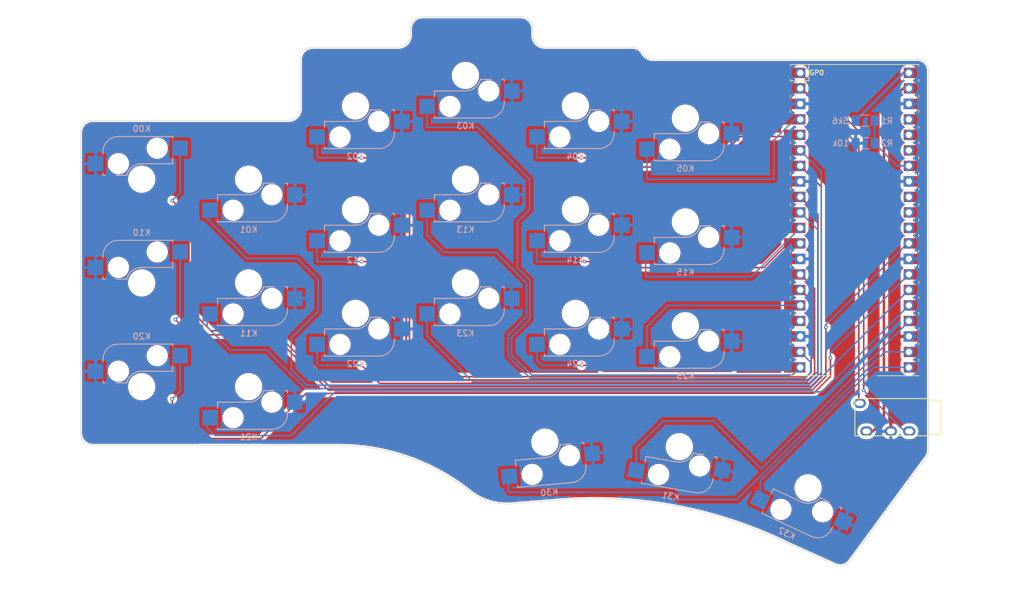
<source format=kicad_pcb>
(kicad_pcb (version 20240108) (generator "pcbnew") (generator_version "8.0")
  (title_block (rev "rev1.0"))
  (layers (0 "F.Cu" signal) (31 "B.Cu" signal) (34 "B.Paste" user) (35 "F.Paste" user) (36 "B.SilkS" user "B.Silkscreen") (37 "F.SilkS" user "F.Silkscreen") (38 "B.Mask" user) (39 "F.Mask" user) (44 "Edge.Cuts" user))
  (net 0 "")
  (net 1 "GND")
  (net 2 "/k00")
  (net 3 "/k01")
  (net 4 "/k02")
  (net 5 "/k03")
  (net 6 "/k04")
  (net 7 "/k05")
  (net 8 "/k10")
  (net 9 "/k11")
  (net 10 "/k12")
  (net 11 "/k13")
  (net 12 "/k14")
  (net 13 "/k15")
  (net 14 "/k20")
  (net 15 "/k21")
  (net 16 "/k22")
  (net 17 "/k23")
  (net 18 "/k24")
  (net 19 "/k25")
  (net 20 "/k30")
  (net 21 "/k31")
  (net 22 "/k32")
  (net 23 "rx")
  (net 24 "tx")
  (net 25 "VBUS")
  (net 26 "vbus_sense")
  (net 33 "VCC")
  (footprint "keyswitches:Kailh_socket_MX_3_pins_last" (layer "F.Cu") (at 164 94)
    (property "Reference" "K25" (at -1 8.255 180) (layer "B.SilkS") (effects (justify mirror)))
    (property "Value" "KEYSW")
    (pad "" np_thru_hole circle (at -3.54 5.08 180) (size 3 3) (drill 3) (layers "*.Cu" "*.Mask"))
    (pad "" np_thru_hole circle (at -1 0 180) (size 3.9878 3.9878) (drill 3.9878) (layers "*.Cu" "*.Mask"))
    (pad "" np_thru_hole circle (at 2.81 2.54 180) (size 3 3) (drill 3) (layers "*.Cu" "*.Mask"))
    (pad "1" smd rect (at -7.29 5.08 180) (size 2.55 2.5) (layers "B.Cu" "B.Paste" "B.Mask") (net 19 "/k25"))
    (pad "2" smd rect (at 6.56 2.54 180) (size 2.55 2.5) (layers "B.Cu" "B.Paste" "B.Mask") (net 1 "GND"))
  )
  (footprint "keyswitches:Kailh_socket_MX_3_pins_last" (layer "F.Cu") (at 146 92)
    (property "Reference" "K24" (at -1 8.255 180) (layer "B.SilkS") (effects (justify mirror)))
    (property "Value" "KEYSW")
    (pad "" np_thru_hole circle (at -3.54 5.08 180) (size 3 3) (drill 3) (layers "*.Cu" "*.Mask"))
    (pad "" np_thru_hole circle (at -1 0 180) (size 3.9878 3.9878) (drill 3.9878) (layers "*.Cu" "*.Mask"))
    (pad "" np_thru_hole circle (at 2.81 2.54 180) (size 3 3) (drill 3) (layers "*.Cu" "*.Mask"))
    (pad "1" smd rect (at -7.29 5.08 180) (size 2.55 2.5) (layers "B.Cu" "B.Paste" "B.Mask") (net 18 "/k24"))
    (pad "2" smd rect (at 6.56 2.54 180) (size 2.55 2.5) (layers "B.Cu" "B.Paste" "B.Mask") (net 1 "GND"))
  )
  (footprint "keyswitches:Kailh_socket_MX_3_pins_last" (layer "F.Cu") (at 92.5 104)
    (property "Reference" "K21" (at -1 8.255 180) (layer "B.SilkS") (effects (justify mirror)))
    (property "Value" "KEYSW")
    (pad "" np_thru_hole circle (at -3.54 5.08 180) (size 3 3) (drill 3) (layers "*.Cu" "*.Mask"))
    (pad "" np_thru_hole circle (at -1 0 180) (size 3.9878 3.9878) (drill 3.9878) (layers "*.Cu" "*.Mask"))
    (pad "" np_thru_hole circle (at 2.81 2.54 180) (size 3 3) (drill 3) (layers "*.Cu" "*.Mask"))
    (pad "1" smd rect (at -7.29 5.08 180) (size 2.55 2.5) (layers "B.Cu" "B.Paste" "B.Mask") (net 15 "/k21"))
    (pad "2" smd rect (at 6.56 2.54 180) (size 2.55 2.5) (layers "B.Cu" "B.Paste" "B.Mask") (net 1 "GND"))
  )
  (footprint "keyswitches:Kailh_socket_MX_3_pins_last" (layer "F.Cu") (at 110 58)
    (property "Reference" "K02" (at -1 8.255 180) (layer "B.SilkS") (effects (justify mirror)))
    (property "Value" "KEYSW")
    (pad "" np_thru_hole circle (at -3.54 5.08 180) (size 3 3) (drill 3) (layers "*.Cu" "*.Mask"))
    (pad "" np_thru_hole circle (at -1 0 180) (size 3.9878 3.9878) (drill 3.9878) (layers "*.Cu" "*.Mask"))
    (pad "" np_thru_hole circle (at 2.81 2.54 180) (size 3 3) (drill 3) (layers "*.Cu" "*.Mask"))
    (pad "1" smd rect (at -7.29 5.08 180) (size 2.55 2.5) (layers "B.Cu" "B.Paste" "B.Mask") (net 4 "/k02"))
    (pad "2" smd rect (at 6.56 2.54 180) (size 2.55 2.5) (layers "B.Cu" "B.Paste" "B.Mask") (net 1 "GND"))
  )
  (footprint "keyswitches:Kailh_socket_MX_3_pins_last" (layer "F.Cu") (at 73 87 180)
    (property "Reference" "K10" (at -1 8.255 360) (layer "B.SilkS") (effects (justify mirror)))
    (property "Value" "KEYSW")
    (pad "" np_thru_hole circle (at -3.54 5.08) (size 3 3) (drill 3) (layers "*.Cu" "*.Mask"))
    (pad "" np_thru_hole circle (at -1 0) (size 3.9878 3.9878) (drill 3.9878) (layers "*.Cu" "*.Mask"))
    (pad "" np_thru_hole circle (at 2.81 2.54) (size 3 3) (drill 3) (layers "*.Cu" "*.Mask"))
    (pad "1" smd rect (at -7.29 5.08) (size 2.55 2.5) (layers "B.Cu" "B.Paste" "B.Mask") (net 8 "/k10"))
    (pad "2" smd rect (at 6.56 2.54) (size 2.55 2.5) (layers "B.Cu" "B.Paste" "B.Mask") (net 1 "GND"))
  )
  (footprint "RPi_Pico:RPi_Pico_SMD_TH" (layer "F.Cu") (at 190.7032 76.708)
    (property "Reference" "U2" (hide yes))
    (property "Value" "Pico")
    (fp_text user "GP0" (at -6.2032 -24.1665 0) (layer "F.SilkS") (effects (font (size 0.8 0.8))))
    (pad "1" thru_hole oval (at -8.89 -24.13) (size 1.7 1.7) (drill 1.02) (layers "*.Cu" "*.Mask") (net 24 "tx"))
    (pad "1" smd rect (at -8.89 -24.13) (size 3.5 1.7) (drill (offset -0.9 0)) (layers "F.Cu" "F.Mask") (net 24 "tx"))
    (pad "2" thru_hole oval (at -8.89 -21.59) (size 1.7 1.7) (drill 1.02) (layers "*.Cu" "*.Mask") (net 23 "rx"))
    (pad "2" smd rect (at -8.89 -21.59) (size 3.5 1.7) (drill (offset -0.9 0)) (layers "F.Cu" "F.Mask") (net 23 "rx"))
    (pad "3" thru_hole rect (at -8.89 -19.05) (size 1.7 1.7) (drill 1.02) (layers "*.Cu" "*.Mask") (net 1 "GND"))
    (pad "3" smd rect (at -8.89 -19.05) (size 3.5 1.7) (drill (offset -0.9 0)) (layers "F.Cu" "F.Mask") (net 1 "GND"))
    (pad "4" thru_hole oval (at -8.89 -16.51) (size 1.7 1.7) (drill 1.02) (layers "*.Cu" "*.Mask") (net 7 "/k05"))
    (pad "4" smd rect (at -8.89 -16.51) (size 3.5 1.7) (drill (offset -0.9 0)) (layers "F.Cu" "F.Mask") (net 7 "/k05"))
    (pad "5" thru_hole oval (at -8.89 -13.97) (size 1.7 1.7) (drill 1.02) (layers "*.Cu" "*.Mask") (net 6 "/k04"))
    (pad "5" smd rect (at -8.89 -13.97) (size 3.5 1.7) (drill (offset -0.9 0)) (layers "F.Cu" "F.Mask") (net 6 "/k04"))
    (pad "6" thru_hole oval (at -8.89 -11.43) (size 1.7 1.7) (drill 1.02) (layers "*.Cu" "*.Mask") (net 3 "/k01"))
    (pad "6" smd rect (at -8.89 -11.43) (size 3.5 1.7) (drill (offset -0.9 0)) (layers "F.Cu" "F.Mask") (net 3 "/k01"))
    (pad "7" thru_hole oval (at -8.89 -8.89) (size 1.7 1.7) (drill 1.02) (layers "*.Cu" "*.Mask") (net 2 "/k00"))
    (pad "7" smd rect (at -8.89 -8.89) (size 3.5 1.7) (drill (offset -0.9 0)) (layers "F.Cu" "F.Mask") (net 2 "/k00"))
    (pad "8" thru_hole rect (at -8.89 -6.35) (size 1.7 1.7) (drill 1.02) (layers "*.Cu" "*.Mask") (net 1 "GND"))
    (pad "8" smd rect (at -8.89 -6.35) (size 3.5 1.7) (drill (offset -0.9 0)) (layers "F.Cu" "F.Mask") (net 1 "GND"))
    (pad "9" thru_hole oval (at -8.89 -3.81) (size 1.7 1.7) (drill 1.02) (layers "*.Cu" "*.Mask") (net 16 "/k22"))
    (pad "9" smd rect (at -8.89 -3.81) (size 3.5 1.7) (drill (offset -0.9 0)) (layers "F.Cu" "F.Mask") (net 16 "/k22"))
    (pad "10" thru_hole oval (at -8.89 -1.27) (size 1.7 1.7) (drill 1.02) (layers "*.Cu" "*.Mask") (net 17 "/k23"))
    (pad "10" smd rect (at -8.89 -1.27) (size 3.5 1.7) (drill (offset -0.9 0)) (layers "F.Cu" "F.Mask") (net 17 "/k23"))
    (pad "11" thru_hole oval (at -8.89 1.27) (size 1.7 1.7) (drill 1.02) (layers "*.Cu" "*.Mask") (net 13 "/k15"))
    (pad "11" smd rect (at -8.89 1.27) (size 3.5 1.7) (drill (offset -0.9 0)) (layers "F.Cu" "F.Mask") (net 13 "/k15"))
    (pad "12" thru_hole oval (at -8.89 3.81) (size 1.7 1.7) (drill 1.02) (layers "*.Cu" "*.Mask") (net 12 "/k14"))
    (pad "12" smd rect (at -8.89 3.81) (size 3.5 1.7) (drill (offset -0.9 0)) (layers "F.Cu" "F.Mask") (net 12 "/k14"))
    (pad "13" thru_hole rect (at -8.89 6.35) (size 1.7 1.7) (drill 1.02) (layers "*.Cu" "*.Mask") (net 1 "GND"))
    (pad "13" smd rect (at -8.89 6.35) (size 3.5 1.7) (drill (offset -0.9 0)) (layers "F.Cu" "F.Mask") (net 1 "GND"))
    (pad "14" thru_hole oval (at -8.89 8.89) (size 1.7 1.7) (drill 1.02) (layers "*.Cu" "*.Mask") (net 10 "/k12"))
    (pad "14" smd rect (at -8.89 8.89) (size 3.5 1.7) (drill (offset -0.9 0)) (layers "F.Cu" "F.Mask") (net 10 "/k12"))
    (pad "15" thru_hole oval (at -8.89 11.43) (size 1.7 1.7) (drill 1.02) (layers "*.Cu" "*.Mask") (net 4 "/k02"))
    (pad "15" smd rect (at -8.89 11.43) (size 3.5 1.7) (drill (offset -0.9 0)) (layers "F.Cu" "F.Mask") (net 4 "/k02"))
    (pad "16" thru_hole oval (at -8.89 13.97) (size 1.7 1.7) (drill 1.02) (layers "*.Cu" "*.Mask") (net 19 "/k25"))
    (pad "16" smd rect (at -8.89 13.97) (size 3.5 1.7) (drill (offset -0.9 0)) (layers "F.Cu" "F.Mask") (net 19 "/k25"))
    (pad "17" thru_hole oval (at -8.89 16.51) (size 1.7 1.7) (drill 1.02) (layers "*.Cu" "*.Mask") (net 18 "/k24"))
    (pad "17" smd rect (at -8.89 16.51) (size 3.5 1.7) (drill (offset -0.9 0)) (layers "F.Cu" "F.Mask") (net 18 "/k24"))
    (pad "18" thru_hole rect (at -8.89 19.05) (size 1.7 1.7) (drill 1.02) (layers "*.Cu" "*.Mask") (net 1 "GND"))
    (pad "18" smd rect (at -8.89 19.05) (size 3.5 1.7) (drill (offset -0.9 0)) (layers "F.Cu" "F.Mask") (net 1 "GND"))
    (pad "19" thru_hole oval (at -8.89 21.59) (size 1.7 1.7) (drill 1.02) (layers "*.Cu" "*.Mask") (net 11 "/k13"))
    (pad "19" smd rect (at -8.89 21.59) (size 3.5 1.7) (drill (offset -0.9 0)) (layers "F.Cu" "F.Mask") (net 11 "/k13"))
    (pad "20" thru_hole oval (at -8.89 24.13) (size 1.7 1.7) (drill 1.02) (layers "*.Cu" "*.Mask") (net 5 "/k03"))
    (pad "20" smd rect (at -8.89 24.13) (size 3.5 1.7) (drill (offset -0.9 0)) (layers "F.Cu" "F.Mask") (net 5 "/k03"))
    (pad "21" thru_hole oval (at 8.89 24.13) (size 1.7 1.7) (drill 1.02) (layers "*.Cu" "*.Mask") (net 22 "/k32"))
    (pad "21" smd rect (at 8.89 24.13) (size 3.5 1.7) (drill (offset 0.9 0)) (layers "F.Cu" "F.Mask") (net 22 "/k32"))
    (pad "22" thru_hole oval (at 8.89 21.59) (size 1.7 1.7) (drill 1.02) (layers "*.Cu" "*.Mask") (net 20 "/k30"))
    (pad "22" smd rect (at 8.89 21.59) (size 3.5 1.7) (drill (offset 0.9 0)) (layers "F.Cu" "F.Mask") (net 20 "/k30"))
    (pad "23" thru_hole rect (at 8.89 19.05) (size 1.7 1.7) (drill 1.02) (layers "*.Cu" "*.Mask") (net 1 "GND"))
    (pad "23" smd rect (at 8.89 19.05) (size 3.5 1.7) (drill (offset 0.9 0)) (layers "F.Cu" "F.Mask") (net 1 "GND"))
    (pad "24" thru_hole oval (at 8.89 16.51) (size 1.7 1.7) (drill 1.02) (layers "*.Cu" "*.Mask") (net 21 "/k31"))
    (pad "24" smd rect (at 8.89 16.51) (size 3.5 1.7) (drill (offset 0.9 0)) (layers "F.Cu" "F.Mask") (net 21 "/k31"))
    (pad "25" thru_hole oval (at 8.89 13.97) (size 1.7 1.7) (drill 1.02) (layers "*.Cu" "*.Mask") (net 15 "/k21"))
    (pad "25" smd rect (at 8.89 13.97) (size 3.5 1.7) (drill (offset 0.9 0)) (layers "F.Cu" "F.Mask") (net 15 "/k21"))
    (pad "26" thru_hole oval (at 8.89 11.43) (size 1.7 1.7) (drill 1.02) (layers "*.Cu" "*.Mask") (net 9 "/k11"))
    (pad "26" smd rect (at 8.89 11.43) (size 3.5 1.7) (drill (offset 0.9 0)) (layers "F.Cu" "F.Mask") (net 9 "/k11"))
    (pad "27" thru_hole oval (at 8.89 8.89) (size 1.7 1.7) (drill 1.02) (layers "*.Cu" "*.Mask") (net 14 "/k20"))
    (pad "27" smd rect (at 8.89 8.89) (size 3.5 1.7) (drill (offset 0.9 0)) (layers "F.Cu" "F.Mask") (net 14 "/k20"))
    (pad "28" thru_hole rect (at 8.89 6.35) (size 1.7 1.7) (drill 1.02) (layers "*.Cu" "*.Mask") (net 1 "GND"))
    (pad "28" smd rect (at 8.89 6.35) (size 3.5 1.7) (drill (offset 0.9 0)) (layers "F.Cu" "F.Mask") (net 1 "GND"))
    (pad "29" thru_hole oval (at 8.89 3.81) (size 1.7 1.7) (drill 1.02) (layers "*.Cu" "*.Mask") (net 8 "/k10"))
    (pad "29" smd rect (at 8.89 3.81) (size 3.5 1.7) (drill (offset 0.9 0)) (layers "F.Cu" "F.Mask") (net 8 "/k10"))
    (pad "30" thru_hole oval (at 8.89 1.27) (size 1.7 1.7) (drill 1.02) (layers "*.Cu" "*.Mask"))
    (pad "30" smd rect (at 8.89 1.27) (size 3.5 1.7) (drill (offset 0.9 0)) (layers "F.Cu" "F.Mask"))
    (pad "31" thru_hole oval (at 8.89 -1.27) (size 1.7 1.7) (drill 1.02) (layers "*.Cu" "*.Mask"))
    (pad "31" smd rect (at 8.89 -1.27) (size 3.5 1.7) (drill (offset 0.9 0)) (layers "F.Cu" "F.Mask"))
    (pad "32" thru_hole oval (at 8.89 -3.81) (size 1.7 1.7) (drill 1.02) (layers "*.Cu" "*.Mask"))
    (pad "32" smd rect (at 8.89 -3.81) (size 3.5 1.7) (drill (offset 0.9 0)) (layers "F.Cu" "F.Mask"))
    (pad "33" thru_hole rect (at 8.89 -6.35) (size 1.7 1.7) (drill 1.02) (layers "*.Cu" "*.Mask") (net 1 "GND"))
    (pad "33" smd rect (at 8.89 -6.35) (size 3.5 1.7) (drill (offset 0.9 0)) (layers "F.Cu" "F.Mask") (net 1 "GND"))
    (pad "34" thru_hole oval (at 8.89 -8.89) (size 1.7 1.7) (drill 1.02) (layers "*.Cu" "*.Mask") (net 26 "vbus_sense"))
    (pad "34" smd rect (at 8.89 -8.89) (size 3.5 1.7) (drill (offset 0.9 0)) (layers "F.Cu" "F.Mask") (net 26 "vbus_sense"))
    (pad "35" thru_hole oval (at 8.89 -11.43) (size 1.7 1.7) (drill 1.02) (layers "*.Cu" "*.Mask"))
    (pad "35" smd rect (at 8.89 -11.43) (size 3.5 1.7) (drill (offset 0.9 0)) (layers "F.Cu" "F.Mask"))
    (pad "36" thru_hole oval (at 8.89 -13.97) (size 1.7 1.7) (drill 1.02) (layers "*.Cu" "*.Mask"))
    (pad "36" smd rect (at 8.89 -13.97) (size 3.5 1.7) (drill (offset 0.9 0)) (layers "F.Cu" "F.Mask"))
    (pad "37" thru_hole oval (at 8.89 -16.51) (size 1.7 1.7) (drill 1.02) (layers "*.Cu" "*.Mask"))
    (pad "37" smd rect (at 8.89 -16.51) (size 3.5 1.7) (drill (offset 0.9 0)) (layers "F.Cu" "F.Mask"))
    (pad "38" thru_hole rect (at 8.89 -19.05) (size 1.7 1.7) (drill 1.02) (layers "*.Cu" "*.Mask") (net 1 "GND"))
    (pad "38" smd rect (at 8.89 -19.05) (size 3.5 1.7) (drill (offset 0.9 0)) (layers "F.Cu" "F.Mask") (net 1 "GND"))
    (pad "39" thru_hole oval (at 8.89 -21.59) (size 1.7 1.7) (drill 1.02) (layers "*.Cu" "*.Mask") (net 33 "VCC"))
    (pad "39" smd rect (at 8.89 -21.59) (size 3.5 1.7) (drill (offset 0.9 0)) (layers "F.Cu" "F.Mask") (net 33 "VCC"))
    (pad "40" thru_hole oval (at 8.89 -24.13) (size 1.7 1.7) (drill 1.02) (layers "*.Cu" "*.Mask") (net 25 "VBUS"))
    (pad "40" smd rect (at 8.89 -24.13) (size 3.5 1.7) (drill (offset 0.9 0)) (layers "F.Cu" "F.Mask") (net 25 "VBUS"))
  )
  (footprint "keyswitches:Kailh_socket_MX_3_pins_last" (layer "F.Cu") (at 146 58)
    (property "Reference" "K04" (at -1 8.255 180) (layer "B.SilkS") (effects (justify mirror)))
    (property "Value" "KEYSW")
    (pad "" np_thru_hole circle (at -3.54 5.08 180) (size 3 3) (drill 3) (layers "*.Cu" "*.Mask"))
    (pad "" np_thru_hole circle (at -1 0 180) (size 3.9878 3.9878) (drill 3.9878) (layers "*.Cu" "*.Mask"))
    (pad "" np_thru_hole circle (at 2.81 2.54 180) (size 3 3) (drill 3) (layers "*.Cu" "*.Mask"))
    (pad "1" smd rect (at -7.29 5.08 180) (size 2.55 2.5) (layers "B.Cu" "B.Paste" "B.Mask") (net 6 "/k04"))
    (pad "2" smd rect (at 6.56 2.54 180) (size 2.55 2.5) (layers "B.Cu" "B.Paste" "B.Mask") (net 1 "GND"))
  )
  (footprint "keyswitches:Kailh_socket_MX_3_pins_last" (layer "F.Cu") (at 110 75)
    (property "Reference" "K12" (at -1 8.255 180) (layer "B.SilkS") (effects (justify mirror)))
    (property "Value" "KEYSW")
    (pad "" np_thru_hole circle (at -3.54 5.08 180) (size 3 3) (drill 3) (layers "*.Cu" "*.Mask"))
    (pad "" np_thru_hole circle (at -1 0 180) (size 3.9878 3.9878) (drill 3.9878) (layers "*.Cu" "*.Mask"))
    (pad "" np_thru_hole circle (at 2.81 2.54 180) (size 3 3) (drill 3) (layers "*.Cu" "*.Mask"))
    (pad "1" smd rect (at -7.29 5.08 180) (size 2.55 2.5) (layers "B.Cu" "B.Paste" "B.Mask") (net 10 "/k12"))
    (pad "2" smd rect (at 6.56 2.54 180) (size 2.55 2.5) (layers "B.Cu" "B.Paste" "B.Mask") (net 1 "GND"))
  )
  (footprint "keyswitches:Kailh_socket_MX_3_pins_last" (layer "F.Cu") (at 141 113 5)
    (property "Reference" "K30" (at -1 8.255 -175) (layer "B.SilkS") (effects (justify mirror)))
    (property "Value" "KEYSW")
    (pad "" np_thru_hole circle (at -3.54 5.08 185) (size 3 3) (drill 3) (layers "*.Cu" "*.Mask"))
    (pad "" np_thru_hole circle (at -1 0 185) (size 3.9878 3.9878) (drill 3.9878) (layers "*.Cu" "*.Mask"))
    (pad "" np_thru_hole circle (at 2.81 2.54 185) (size 3 3) (drill 3) (layers "*.Cu" "*.Mask"))
    (pad "1" smd rect (at -7.29 5.08 185) (size 2.55 2.5) (layers "B.Cu" "B.Paste" "B.Mask") (net 20 "/k30"))
    (pad "2" smd rect (at 6.56 2.54 185) (size 2.55 2.5) (layers "B.Cu" "B.Paste" "B.Mask") (net 1 "GND"))
  )
  (footprint "keyswitches:Kailh_socket_MX_3_pins_last" (layer "F.Cu") (at 92.5 70)
    (property "Reference" "K01" (at -1 8.255 180) (layer "B.SilkS") (effects (justify mirror)))
    (property "Value" "KEYSW")
    (pad "" np_thru_hole circle (at -3.54 5.08 180) (size 3 3) (drill 3) (layers "*.Cu" "*.Mask"))
    (pad "" np_thru_hole circle (at -1 0 180) (size 3.9878 3.9878) (drill 3.9878) (layers "*.Cu" "*.Mask"))
    (pad "" np_thru_hole circle (at 2.81 2.54 180) (size 3 3) (drill 3) (layers "*.Cu" "*.Mask"))
    (pad "1" smd rect (at -7.29 5.08 180) (size 2.55 2.5) (layers "B.Cu" "B.Paste" "B.Mask") (net 3 "/k01"))
    (pad "2" smd rect (at 6.56 2.54 180) (size 2.55 2.5) (layers "B.Cu" "B.Paste" "B.Mask") (net 1 "GND"))
  )
  (footprint "keyswitches:Kailh_socket_MX_3_pins_last" (layer "F.Cu") (at 146 75)
    (property "Reference" "K14" (at -1 8.255 180) (layer "B.SilkS") (effects (justify mirror)))
    (property "Value" "KEYSW")
    (pad "" np_thru_hole circle (at -3.54 5.08 180) (size 3 3) (drill 3) (layers "*.Cu" "*.Mask"))
    (pad "" np_thru_hole circle (at -1 0 180) (size 3.9878 3.9878) (drill 3.9878) (layers "*.Cu" "*.Mask"))
    (pad "" np_thru_hole circle (at 2.81 2.54 180) (size 3 3) (drill 3) (layers "*.Cu" "*.Mask"))
    (pad "1" smd rect (at -7.29 5.08 180) (size 2.55 2.5) (layers "B.Cu" "B.Paste" "B.Mask") (net 12 "/k14"))
    (pad "2" smd rect (at 6.56 2.54 180) (size 2.55 2.5) (layers "B.Cu" "B.Paste" "B.Mask") (net 1 "GND"))
  )
  (footprint "keyswitches:Kailh_socket_MX_3_pins_last" (layer "F.Cu") (at 128 87)
    (property "Reference" "K23" (at -1 8.255 180) (layer "B.SilkS") (effects (justify mirror)))
    (property "Value" "KEYSW")
    (pad "" np_thru_hole circle (at -3.54 5.08 180) (size 3 3) (drill 3) (layers "*.Cu" "*.Mask"))
    (pad "" np_thru_hole circle (at -1 0 180) (size 3.9878 3.9878) (drill 3.9878) (layers "*.Cu" "*.Mask"))
    (pad "" np_thru_hole circle (at 2.81 2.54 180) (size 3 3) (drill 3) (layers "*.Cu" "*.Mask"))
    (pad "1" smd rect (at -7.29 5.08 180) (size 2.55 2.5) (layers "B.Cu" "B.Paste" "B.Mask") (net 17 "/k23"))
    (pad "2" smd rect (at 6.56 2.54 180) (size 2.55 2.5) (layers "B.Cu" "B.Paste" "B.Mask") (net 1 "GND"))
  )
  (footprint "keyswitches:Kailh_socket_MX_3_pins_last" (layer "F.Cu") (at 128 53)
    (property "Reference" "K03" (at -1 8.255 180) (layer "B.SilkS") (effects (justify mirror)))
    (property "Value" "KEYSW")
    (pad "" np_thru_hole circle (at -3.54 5.08 180) (size 3 3) (drill 3) (layers "*.Cu" "*.Mask"))
    (pad "" np_thru_hole circle (at -1 0 180) (size 3.9878 3.9878) (drill 3.9878) (layers "*.Cu" "*.Mask"))
    (pad "" np_thru_hole circle (at 2.81 2.54 180) (size 3 3) (drill 3) (layers "*.Cu" "*.Mask"))
    (pad "1" smd rect (at -7.29 5.08 180) (size 2.55 2.5) (layers "B.Cu" "B.Paste" "B.Mask") (net 5 "/k03"))
    (pad "2" smd rect (at 6.56 2.54 180) (size 2.55 2.5) (layers "B.Cu" "B.Paste" "B.Mask") (net 1 "GND"))
  )
  (footprint "keyswitches:Kailh_socket_MX_3_pins_last" (layer "F.Cu") (at 110 92)
    (property "Reference" "K22" (at -1 8.255 180) (layer "B.SilkS") (effects (justify mirror)))
    (property "Value" "KEYSW")
    (pad "" np_thru_hole circle (at -3.54 5.08 180) (size 3 3) (drill 3) (layers "*.Cu" "*.Mask"))
    (pad "" np_thru_hole circle (at -1 0 180) (size 3.9878 3.9878) (drill 3.9878) (layers "*.Cu" "*.Mask"))
    (pad "" np_thru_hole circle (at 2.81 2.54 180) (size 3 3) (drill 3) (layers "*.Cu" "*.Mask"))
    (pad "1" smd rect (at -7.29 5.08 180) (size 2.55 2.5) (layers "B.Cu" "B.Paste" "B.Mask") (net 16 "/k22"))
    (pad "2" smd rect (at 6.56 2.54 180) (size 2.55 2.5) (layers "B.Cu" "B.Paste" "B.Mask") (net 1 "GND"))
  )
  (footprint "Keebio-Parts:TRRS-PJ-320A" (layer "F.Cu") (at 202.85 109 -90)
    (property "Reference" "J1" (hide yes))
    (property "Value" "TRRS")
    (pad "1" thru_hole oval (at -2.3 11.3 270) (size 1.6 2) (drill oval 0.9 1.3) (layers "*.Cu" "*.Mask") (net 23 "rx"))
    (pad "2" thru_hole oval (at 2.3 10.2 270) (size 1.6 2) (drill oval 0.9 1.3) (layers "*.Cu" "*.Mask") (net 33 "VCC"))
    (pad "3" thru_hole oval (at 2.3 6.2 270) (size 1.6 2) (drill oval 0.9 1.3) (layers "*.Cu" "*.Mask") (net 1 "GND"))
    (pad "4" thru_hole oval (at 2.3 3.2 270) (size 1.6 2) (drill oval 0.9 1.3) (layers "*.Cu" "*.Mask") (net 24 "tx"))
  )
  (footprint "keyswitches:Kailh_socket_MX_3_pins_last" (layer "F.Cu") (at 164 77)
    (property "Reference" "K15" (at -1 8.255 180) (layer "B.SilkS") (effects (justify mirror)))
    (property "Value" "KEYSW")
    (pad "" np_thru_hole circle (at -3.54 5.08 180) (size 3 3) (drill 3) (layers "*.Cu" "*.Mask"))
    (pad "" np_thru_hole circle (at -1 0 180) (size 3.9878 3.9878) (drill 3.9878) (layers "*.Cu" "*.Mask"))
    (pad "" np_thru_hole circle (at 2.81 2.54 180) (size 3 3) (drill 3) (layers "*.Cu" "*.Mask"))
    (pad "1" smd rect (at -7.29 5.08 180) (size 2.55 2.5) (layers "B.Cu" "B.Paste" "B.Mask") (net 13 "/k15"))
    (pad "2" smd rect (at 6.56 2.54 180) (size 2.55 2.5) (layers "B.Cu" "B.Paste" "B.Mask") (net 1 "GND"))
  )
  (footprint "keyswitches:Kailh_socket_MX_3_pins_last" (layer "F.Cu") (at 184 121 -25)
    (property "Reference" "K32" (at -1 8.255001 155) (layer "B.SilkS") (effects (justify mirror)))
    (property "Value" "KEYSW")
    (pad "" np_thru_hole circle (at -3.54 5.08 155) (size 3 3) (drill 3) (layers "*.Cu" "*.Mask"))
    (pad "" np_thru_hole circle (at -1 0 155) (size 3.9878 3.9878) (drill 3.9878) (layers "*.Cu" "*.Mask"))
    (pad "" np_thru_hole circle (at 2.81 2.54 155) (size 3 3) (drill 3) (layers "*.Cu" "*.Mask"))
    (pad "1" smd rect (at -7.290001 5.08 155) (size 2.55 2.5) (layers "B.Cu" "B.Paste" "B.Mask") (net 22 "/k32"))
    (pad "2" smd rect (at 6.56 2.54 155) (size 2.55 2.5) (layers "B.Cu" "B.Paste" "B.Mask") (net 1 "GND"))
  )
  (footprint "keyswitches:Kailh_socket_MX_3_pins_last" (layer "F.Cu") (at 92.5 87)
    (property "Reference" "K11" (at -1 8.255 180) (layer "B.SilkS") (effects (justify mirror)))
    (property "Value" "KEYSW")
    (pad "" np_thru_hole circle (at -3.54 5.08 180) (size 3 3) (drill 3) (layers "*.Cu" "*.Mask"))
    (pad "" np_thru_hole circle (at -1 0 180) (size 3.9878 3.9878) (drill 3.9878) (layers "*.Cu" "*.Mask"))
    (pad "" np_thru_hole circle (at 2.81 2.54 180) (size 3 3) (drill 3) (layers "*.Cu" "*.Mask"))
    (pad "1" smd rect (at -7.29 5.08 180) (size 2.55 2.5) (layers "B.Cu" "B.Paste" "B.Mask") (net 9 "/k11"))
    (pad "2" smd rect (at 6.56 2.54 180) (size 2.55 2.5) (layers "B.Cu" "B.Paste" "B.Mask") (net 1 "GND"))
  )
  (footprint "keyswitches:Kailh_socket_MX_3_pins_last" (layer "F.Cu") (at 164 60)
    (property "Reference" "K05" (at -1 8.255 180) (layer "B.SilkS") (effects (justify mirror)))
    (property "Value" "KEYSW")
    (pad "" np_thru_hole circle (at -3.54 5.08 180) (size 3 3) (drill 3) (layers "*.Cu" "*.Mask"))
    (pad "" np_thru_hole circle (at -1 0 180) (size 3.9878 3.9878) (drill 3.9878) (layers "*.Cu" "*.Mask"))
    (pad "" np_thru_hole circle (at 2.81 2.54 180) (size 3 3) (drill 3) (layers "*.Cu" "*.Mask"))
    (pad "1" smd rect (at -7.29 5.08 180) (size 2.55 2.5) (layers "B.Cu" "B.Paste" "B.Mask") (net 7 "/k05"))
    (pad "2" smd rect (at 6.56 2.54 180) (size 2.55 2.5) (layers "B.Cu" "B.Paste" "B.Mask") (net 1 "GND"))
  )
  (footprint "keyswitches:Kailh_socket_MX_3_pins_last" (layer "F.Cu") (at 73 104 180)
    (property "Reference" "K20" (at -1 8.255 360) (layer "B.SilkS") (effects (justify mirror)))
    (property "Value" "KEYSW")
    (pad "" np_thru_hole circle (at -3.54 5.08) (size 3 3) (drill 3) (layers "*.Cu" "*.Mask"))
    (pad "" np_thru_hole circle (at -1 0) (size 3.9878 3.9878) (drill 3.9878) (layers "*.Cu" "*.Mask"))
    (pad "" np_thru_hole circle (at 2.81 2.54) (size 3 3) (drill 3) (layers "*.Cu" "*.Mask"))
    (pad "1" smd rect (at -7.29 5.08) (size 2.55 2.5) (layers "B.Cu" "B.Paste" "B.Mask") (net 14 "/k20"))
    (pad "2" smd rect (at 6.56 2.54) (size 2.55 2.5) (layers "B.Cu" "B.Paste" "B.Mask") (net 1 "GND"))
  )
  (footprint "keyswitches:Kailh_socket_MX_3_pins_last" (layer "F.Cu") (at 128 70)
    (property "Reference" "K13" (at -1 8.255 180) (layer "B.SilkS") (effects (justify mirror)))
    (property "Value" "KEYSW")
    (pad "" np_thru_hole circle (at -3.54 5.08 180) (size 3 3) (drill 3) (layers "*.Cu" "*.Mask"))
    (pad "" np_thru_hole circle (at -1 0 180) (size 3.9878 3.9878) (drill 3.9878) (layers "*.Cu" "*.Mask"))
    (pad "" np_thru_hole circle (at 2.81 2.54 180) (size 3 3) (drill 3) (layers "*.Cu" "*.Mask"))
    (pad "1" smd rect (at -7.29 5.08 180) (size 2.55 2.5) (layers "B.Cu" "B.Paste" "B.Mask") (net 11 "/k13"))
    (pad "2" smd rect (at 6.56 2.54 180) (size 2.55 2.5) (layers "B.Cu" "B.Paste" "B.Mask") (net 1 "GND"))
  )
  (footprint "keyswitches:Kailh_socket_MX_3_pins_last" (layer "F.Cu") (at 73 70 180)
    (property "Reference" "K00" (at -1 8.255 0) (layer "B.SilkS") (effects (justify mirror)))
    (property "Value" "KEYSW")
    (pad "" np_thru_hole circle (at -3.54 5.08) (size 3 3) (drill 3) (layers "*.Cu" "*.Mask"))
    (pad "" np_thru_hole circle (at -1 0) (size 3.9878 3.9878) (drill 3.9878) (layers "*.Cu" "*.Mask"))
    (pad "" np_thru_hole circle (at 2.81 2.54) (size 3 3) (drill 3) (layers "*.Cu" "*.Mask"))
    (pad "1" smd rect (at -7.29 5.08) (size 2.55 2.5) (layers "B.Cu" "B.Paste" "B.Mask") (net 2 "/k00"))
    (pad "2" smd rect (at 6.56 2.54) (size 2.55 2.5) (layers "B.Cu" "B.Paste" "B.Mask") (net 1 "GND"))
  )
  (footprint "keyswitches:Kailh_socket_MX_3_pins_last" (layer "F.Cu") (at 163 114 -10)
    (property "Reference" "K31" (at -1 8.255 170) (layer "B.SilkS") (effects (justify mirror)))
    (property "Value" "KEYSW")
    (pad "" np_thru_hole circle (at -3.54 5.08 170) (size 3 3) (drill 3) (layers "*.Cu" "*.Mask"))
    (pad "" np_thru_hole circle (at -1 0 170) (size 3.9878 3.9878) (drill 3.9878) (layers "*.Cu" "*.Mask"))
    (pad "" np_thru_hole circle (at 2.81 2.54 170) (size 3 3) (drill 3) (layers "*.Cu" "*.Mask"))
    (pad "1" smd rect (at -7.29 5.08 170) (size 2.55 2.5) (layers "B.Cu" "B.Paste" "B.Mask") (net 21 "/k31"))
    (pad "2" smd rect (at 6.56 2.54 170) (size 2.55 2.5) (layers "B.Cu" "B.Paste" "B.Mask") (net 1 "GND"))
  )
  (footprint "Resistor_SMD:R_1206_3216Metric_Pad1.30x1.75mm_HandSolder" (layer "B.Cu") (at 192.4304 64.1096 180)
    (property "Reference" "R2" (at -3.556 0 0) (layer "B.SilkS") (effects (justify mirror)))
    (property "Value" "10k" (at 4.0132 0 0) (layer "B.SilkS") (effects (justify mirror)))
    (pad "1" smd roundrect (at -1.55 0 180) (size 1.3 1.75) (layers "B.Cu" "B.Paste" "B.Mask") (roundrect_rratio 0.1923076923) (net 26 "vbus_sense"))
    (pad "2" smd roundrect (at 1.55 0 180) (size 1.3 1.75) (layers "B.Cu" "B.Paste" "B.Mask") (roundrect_rratio 0.1923076923) (net 1 "GND"))
  )
  (footprint "Resistor_SMD:R_1206_3216Metric_Pad1.30x1.75mm_HandSolder" (layer "B.Cu") (at 192.4304 60.4012)
    (property "Reference" "R1" (at 3.556 0.0508 0) (layer "B.SilkS") (effects (justify mirror)))
    (property "Value" "5k6" (at -4.064 0.0508 0) (layer "B.SilkS") (effects (justify mirror)))
    (pad "1" smd roundrect (at -1.55 0) (size 1.3 1.75) (layers "B.Cu" "B.Paste" "B.Mask") (roundrect_rratio 0.1923076923) (net 25 "VBUS"))
    (pad "2" smd roundrect (at 1.55 0) (size 1.3 1.75) (layers "B.Cu" "B.Paste" "B.Mask") (roundrect_rratio 0.1923076923) (net 26 "vbus_sense"))
  )
  (gr_arc (start 201 50.4) (mid 202.272792 50.927208) (end 202.8 52.2) (stroke (width 0.1)) (layer "Edge.Cuts"))
  (gr_line (start 98 60.4) (end 66 60.4) (stroke (width 0.1)) (layer "Edge.Cuts"))
  (gr_arc (start 100 50.4) (mid 100.585786 48.985786) (end 102 48.4) (stroke (width 0.1)) (layer "Edge.Cuts"))
  (gr_line (start 66 113.6) (end 106.5 113.6) (stroke (width 0.1)) (layer "Edge.Cuts"))
  (gr_line (start 189.949999 132.449999) (end 202.434044 115.487896) (stroke (width 0.1)) (layer "Edge.Cuts"))
  (gr_arc (start 134.5 123.175) (mid 130.930967 122.788889) (end 127.75 121.125) (stroke (width 0.1)) (layer "Edge.Cuts"))
  (gr_arc (start 118 45.4) (mid 118.585786 43.985786) (end 120 43.4) (stroke (width 0.1)) (layer "Edge.Cuts"))
  (gr_line (start 201 50.4) (end 157.750002 50.399998) (stroke (width 0.1)) (layer "Edge.Cuts"))
  (gr_line (start 118 45.4) (end 118 46.4) (stroke (width 0.1)) (layer "Edge.Cuts"))
  (gr_line (start 138 46.4) (end 138 45.4) (stroke (width 0.1)) (layer "Edge.Cuts"))
  (gr_arc (start 202.8 114.4) (mid 202.70606 114.973899) (end 202.434044 115.487896) (stroke (width 0.1)) (layer "Edge.Cuts"))
  (gr_line (start 100 50.4) (end 100 58.4) (stroke (width 0.1)) (layer "Edge.Cuts"))
  (gr_arc (start 136 43.4) (mid 137.414214 43.985786) (end 138 45.4) (stroke (width 0.1)) (layer "Edge.Cuts"))
  (gr_arc (start 118 46.4) (mid 117.414214 47.814214) (end 116 48.4) (stroke (width 0.1)) (layer "Edge.Cuts"))
  (gr_arc (start 66 113.6) (mid 64.585786 113.014214) (end 64 111.6) (stroke (width 0.1)) (layer "Edge.Cuts"))
  (gr_line (start 202.8 114.4) (end 202.8 113.2) (stroke (width 0.1)) (layer "Edge.Cuts"))
  (gr_line (start 141.8 122.600001) (end 134.5 123.175) (stroke (width 0.1)) (layer "Edge.Cuts"))
  (gr_line (start 180.129399 129.8) (end 187.513868 133.121447) (stroke (width 0.1)) (layer "Edge.Cuts"))
  (gr_arc (start 140 48.4) (mid 138.585786 47.814214) (end 138 46.4) (stroke (width 0.1)) (layer "Edge.Cuts"))
  (gr_arc (start 157.750002 50.399998) (mid 156.742216 50.132373) (end 156 49.4) (stroke (width 0.1)) (layer "Edge.Cuts"))
  (gr_line (start 64 62.4) (end 64 111.6) (stroke (width 0.1)) (layer "Edge.Cuts"))
  (gr_line (start 136 43.4) (end 120 43.4) (stroke (width 0.1)) (layer "Edge.Cuts"))
  (gr_arc (start 64 62.4) (mid 64.585786 60.985786) (end 66 60.4) (stroke (width 0.1)) (layer "Edge.Cuts"))
  (gr_arc (start 106.5 113.600001) (mid 117.756229 115.57996) (end 127.75 121.125) (stroke (width 0.1)) (layer "Edge.Cuts"))
  (gr_line (start 116 48.4) (end 102 48.4) (stroke (width 0.1)) (layer "Edge.Cuts"))
  (gr_arc (start 154.3 48.4) (mid 155.286154 48.668538) (end 156 49.4) (stroke (width 0.1)) (layer "Edge.Cuts"))
  (gr_line (start 202.8 113.2) (end 202.8 52.2) (stroke (width 0.1)) (layer "Edge.Cuts"))
  (gr_arc (start 100 58.4) (mid 99.414214 59.814214) (end 98 60.4) (stroke (width 0.1)) (layer "Edge.Cuts"))
  (gr_arc (start 189.949999 132.449999) (mid 188.858511 133.244969) (end 187.513868 133.121447) (stroke (width 0.1)) (layer "Edge.Cuts"))
  (gr_line (start 154.3 48.4) (end 140 48.4) (stroke (width 0.1)) (layer "Edge.Cuts"))
  (gr_arc (start 141.8 122.600001) (mid 161.459797 123.564333) (end 180.129399 129.8) (stroke (width 0.1)) (layer "Edge.Cuts"))
  (segment (start 199.5932 95.758) (end 198.3432 95.758) (width 0.4) (layer "F.Cu") (net 1))
  (segment (start 198.3432 95.758) (end 196.65 97.4512) (width 0.4) (layer "F.Cu") (net 1))
  (segment (start 196.65 97.4512) (end 196.65 111.3) (width 0.4) (layer "F.Cu") (net 1))
  (segment (start 82.5 92) (end 85.324511 94.824511) (width 0.25) (layer "F.Cu") (net 2))
  (segment (start 95.601649 94.824511) (end 104.776219 103.999081) (width 0.25) (layer "F.Cu") (net 2))
  (segment (start 79 73.5) (end 82.5 77) (width 0.25) (layer "F.Cu") (net 2))
  (segment (start 104.776219 103.999081) (end 183.532555 103.999081) (width 0.25) (layer "F.Cu") (net 2))
  (segment (start 185.249999 102.281637) (end 185.25 71.2548) (width 0.25) (layer "F.Cu") (net 2))
  (segment (start 82.5 77) (end 82.5 92) (width 0.25) (layer "F.Cu") (net 2))
  (segment (start 185.25 71.2548) (end 181.8132 67.818) (width 0.25) (layer "F.Cu") (net 2))
  (segment (start 183.532555 103.999081) (end 185.249999 102.281637) (width 0.25) (layer "F.Cu") (net 2))
  (segment (start 85.324511 94.824511) (end 95.601649 94.824511) (width 0.25) (layer "F.Cu") (net 2))
  (via (at 79 73.5) (size 0.6) (drill 0.3) (layers "F.Cu" "B.Cu") (net 2))
  (segment (start 80.29 72.21) (end 80.29 64.92) (width 0.25) (layer "B.Cu") (net 2))
  (segment (start 79 73.5) (end 80.29 72.21) (width 0.25) (layer "B.Cu") (net 2))
  (segment (start 91.25 83) (end 99.5 83) (width 0.25) (layer "B.Cu") (net 3))
  (segment (start 98.5 101.222182) (end 101.027337 103.749519) (width 0.25) (layer "B.Cu") (net 3))
  (segment (start 102.9 91.6) (end 98.5 96) (width 0.25) (layer "B.Cu") (net 3))
  (segment (start 84.71 76.46) (end 91.25 83) (width 0.25) (layer "B.Cu") (net 3))
  (segment (start 99.5 83) (end 102.9 86.4) (width 0.25) (layer "B.Cu") (net 3))
  (segment (start 185.25 68.7148) (end 181.8132 65.278) (width 0.25) (layer "B.Cu") (net 3))
  (segment (start 102.9 86.4) (end 102.9 91.6) (width 0.25) (layer "B.Cu") (net 3))
  (segment (start 98.5 96) (end 98.5 101.222182) (width 0.25) (layer "B.Cu") (net 3))
  (segment (start 84.71 75.08) (end 84.71 76.46) (width 0.25) (layer "B.Cu") (net 3))
  (segment (start 101.027337 103.749519) (end 183.204543 103.749519) (width 0.25) (layer "B.Cu") (net 3))
  (segment (start 183.204543 103.749519) (end 185.25 101.704062) (width 0.25) (layer "B.Cu") (net 3))
  (segment (start 185.25 101.704062) (end 185.25 68.7148) (width 0.25) (layer "B.Cu") (net 3))
  (segment (start 182.849701 102.350521) (end 183.600111 101.600111) (width 0.25) (layer "F.Cu") (net 4))
  (segment (start 110 66.5) (end 113.5 66.5) (width 0.25) (layer "F.Cu") (net 4))
  (segment (start 183.60144 89.92624) (end 181.8132 88.138) (width 0.25) (layer "F.Cu") (net 4))
  (segment (start 123.850521 102.350521) (end 182.849701 102.350521) (width 0.25) (layer "F.Cu") (net 4))
  (segment (start 183.60144 101.590008) (end 183.60144 89.92624) (width 0.25) (layer "F.Cu") (net 4))
  (segment (start 113.5 66.5) (end 117.84952 70.84952) (width 0.25) (layer "F.Cu") (net 4))
  (segment (start 117.84952 70.84952) (end 117.84952 96.34952) (width 0.25) (layer "F.Cu") (net 4))
  (segment (start 117.84952 96.34952) (end 123.850521 102.350521) (width 0.25) (layer "F.Cu") (net 4))
  (via (at 110 66.5) (size 0.6) (drill 0.3) (layers "F.Cu" "B.Cu") (net 4))
  (segment (start 102.92 66.5) (end 102.71 66.29) (width 0.25) (layer "B.Cu") (net 4))
  (segment (start 102.71 66.29) (end 102.71 63.08) (width 0.25) (layer "B.Cu") (net 4))
  (segment (start 110 66.5) (end 102.92 66.5) (width 0.25) (layer "B.Cu") (net 4))
  (segment (start 137.5 75) (end 135.5 77) (width 0.25) (layer "B.Cu") (net 5))
  (segment (start 120.71 61.5) (end 129 61.5) (width 0.25) (layer "B.Cu") (net 5))
  (segment (start 137.55 86.55) (end 137.55 92.95) (width 0.25) (layer "B.Cu") (net 5))
  (segment (start 120.71 58.08) (end 120.71 61.5) (width 0.25) (layer "B.Cu") (net 5))
  (segment (start 180.5 102.1) (end 181.762 100.838) (width 0.25) (layer "B.Cu") (net 5))
  (segment (start 134.55 95.95) (end 134.55 98.772182) (width 0.25) (layer "B.Cu") (net 5))
  (segment (start 181.762 100.838) (end 181.8132 100.838) (width 0.25) (layer "B.Cu") (net 5))
  (segment (start 135.5 84.5) (end 137.55 86.55) (width 0.25) (layer "B.Cu") (net 5))
  (segment (start 129 61.5) (end 137.5 70) (width 0.25) (layer "B.Cu") (net 5))
  (segment (start 137.877818 102.1) (end 180.5 102.1) (width 0.25) (layer "B.Cu") (net 5))
  (segment (start 134.55 98.772182) (end 137.877818 102.1) (width 0.25) (layer "B.Cu") (net 5))
  (segment (start 135.5 77) (end 135.5 84.5) (width 0.25) (layer "B.Cu") (net 5))
  (segment (start 137.5 70) (end 137.5 75) (width 0.25) (layer "B.Cu") (net 5))
  (segment (start 137.55 92.95) (end 134.55 95.95) (width 0.25) (layer "B.Cu") (net 5))
  (segment (start 150.1 68) (end 167 68) (width 0.25) (layer "F.Cu") (net 6))
  (segment (start 148.6 66.5) (end 149.05 66.95) (width 0.25) (layer "F.Cu") (net 6))
  (segment (start 149.05 66.95) (end 150.1 68) (width 0.25) (layer "F.Cu") (net 6))
  (segment (start 146 66.5) (end 148.6 66.5) (width 0.25) (layer "F.Cu") (net 6))
  (segment (start 167 68) (end 172 63) (width 0.25) (layer "F.Cu") (net 6))
  (segment (start 181.5512 63) (end 181.8132 62.738) (width 0.25) (layer "F.Cu") (net 6))
  (segment (start 172 63) (end 181.5512 63) (width 0.25) (layer "F.Cu") (net 6))
  (segment (start 181.3012 63.25) (end 181.8132 62.738) (width 0.25) (layer "F.Cu") (net 6))
  (via (at 146 66.5) (size 0.6) (drill 0.3) (layers "F.Cu" "B.Cu") (net 6))
  (segment (start 138.71 66.5) (end 138.71 63.08) (width 0.25) (layer "B.Cu") (net 6))
  (segment (start 146 66.5) (end 138.71 66.5) (width 0.25) (layer "B.Cu") (net 6))
  (segment (start 156.71 70) (end 156.71 65.08) (width 0.25) (layer "B.Cu") (net 7))
  (segment (start 181.8132 60.198) (end 180.902 60.198) (width 0.25) (layer "B.Cu") (net 7))
  (segment (start 180.902 60.198) (end 177.5 63.6) (width 0.25) (layer "B.Cu") (net 7))
  (segment (start 177.5 70) (end 156.71 70) (width 0.25) (layer "B.Cu") (net 7))
  (segment (start 177.5 63.6) (end 177.5 70) (width 0.25) (layer "B.Cu") (net 7))
  (segment (start 104.548601 104.548601) (end 183.760173 104.548601) (width 0.25) (layer "F.Cu") (net 8))
  (segment (start 186 102.308774) (end 183.854387 104.454387) (width 0.25) (layer "F.Cu") (net 8))
  (segment (start 82 95.5) (end 95.5 95.5) (width 0.25) (layer "F.Cu") (net 8))
  (segment (start 95.5 95.5) (end 104.548601 104.548601) (width 0.25) (layer "F.Cu") (net 8))
  (segment (start 79.5 93) (end 82 95.5) (width 0.25) (layer "F.Cu") (net 8))
  (segment (start 183.760173 104.548601) (end 183.854387 104.454387) (width 0.25) (layer "F.Cu") (net 8))
  (segment (start 183.854387 104.454387) (end 183.779387 104.529387) (width 0.25) (layer "F.Cu") (net 8))
  (segment (start 186 94.25) (end 186 102.3) (width 0.25) (layer "F.Cu") (net 8))
  (segment (start 186 102.3) (end 186 102.308774) (width 0.25) (layer "F.Cu") (net 8))
  (via (at 186 94.25) (size 0.6) (drill 0.3) (layers "F.Cu" "B.Cu") (net 8))
  (via (at 79.5 93) (size 0.6) (drill 0.3) (layers "F.Cu" "B.Cu") (net 8))
  (segment (start 186 93.860769) (end 199.342769 80.518) (width 0.25) (layer "B.Cu") (net 8))
  (segment (start 186 94.25) (end 186 93.860769) (width 0.25) (layer "B.Cu") (net 8))
  (segment (start 199.342769 80.518) (end 199.5932 80.518) (width 0.25) (layer "B.Cu") (net 8))
  (segment (start 80.29 92.21) (end 80.29 81.92) (width 0.25) (layer "B.Cu") (net 8))
  (segment (start 79.5 93) (end 80.29 92.21) (width 0.25) (layer "B.Cu") (net 8))
  (segment (start 84.71 94.21) (end 88.5 98) (width 0.25) (layer "B.Cu") (net 9))
  (segment (start 94.5 98) (end 100.79904 104.29904) (width 0.25) (layer "B.Cu") (net 9))
  (segment (start 84.71 92.08) (end 84.71 94.21) (width 0.25) (layer "B.Cu") (net 9))
  (segment (start 183.43216 104.29904) (end 199.5932 88.138) (width 0.25) (layer "B.Cu") (net 9))
  (segment (start 88.5 98) (end 94.5 98) (width 0.25) (layer "B.Cu") (net 9))
  (segment (start 100.79904 104.29904) (end 183.43216 104.29904) (width 0.25) (layer "B.Cu") (net 9))
  (segment (start 110 83.5) (end 114 83.5) (width 0.25) (layer "F.Cu") (net 10))
  (segment (start 183.077319 102.900041) (end 184.15096 101.8264) (width 0.25) (layer "F.Cu") (net 10))
  (segment (start 184.15096 87.926738) (end 181.822222 85.598) (width 0.25) (layer "F.Cu") (net 10))
  (segment (start 184.15096 101.8264) (end 184.15096 87.926738) (width 0.25) (layer "F.Cu") (net 10))
  (segment (start 181.822222 85.598) (end 181.8132 85.598) (width 0.25) (layer "F.Cu") (net 10))
  (segment (start 123.300041 102.900041) (end 183.077319 102.900041) (width 0.25) (layer "F.Cu") (net 10))
  (segment (start 114 83.5) (end 117.3 86.8) (width 0.25) (layer "F.Cu") (net 10))
  (segment (start 117.3 86.8) (end 117.3 96.9) (width 0.25) (layer "F.Cu") (net 10))
  (segment (start 117.3 96.9) (end 123.300041 102.900041) (width 0.25) (layer "F.Cu") (net 10))
  (via (at 110 83.5) (size 0.6) (drill 0.3) (layers "F.Cu" "B.Cu") (net 10))
  (segment (start 102.71 83.5) (end 110 83.5) (width 0.25) (layer "B.Cu") (net 10))
  (segment (start 102.71 80.08) (end 102.71 83.5) (width 0.25) (layer "B.Cu") (net 10))
  (segment (start 183.5 101.75) (end 183.5 99.9848) (width 0.25) (layer "B.Cu") (net 11))
  (segment (start 134 95.5) (end 137 92.5) (width 0.25) (layer "B.Cu") (net 11))
  (segment (start 160.7 102.64952) (end 182.60048 102.64952) (width 0.25) (layer "B.Cu") (net 11))
  (segment (start 182.60048 102.64952) (end 183.5 101.75) (width 0.25) (layer "B.Cu") (net 11))
  (segment (start 134 99) (end 134 95.5) (width 0.25) (layer "B.Cu") (net 11))
  (segment (start 123.5 82) (end 120.71 79.21) (width 0.25) (layer "B.Cu") (net 11))
  (segment (start 120.71 79.21) (end 120.71 75.08) (width 0.25) (layer "B.Cu") (net 11))
  (segment (start 137.64952 102.64952) (end 134 99) (width 0.25) (layer "B.Cu") (net 11))
  (segment (start 183.5 99.9848) (end 181.8132 98.298) (width 0.25) (layer "B.Cu") (net 11))
  (segment (start 160.626418 102.64952) (end 137.64952 102.64952) (width 0.25) (layer "B.Cu") (net 11))
  (segment (start 132 82) (end 123.5 82) (width 0.25) (layer "B.Cu") (net 11))
  (segment (start 137 87) (end 132 82) (width 0.25) (layer "B.Cu") (net 11))
  (segment (start 137 92.5) (end 137 87) (width 0.25) (layer "B.Cu") (net 11))
  (segment (start 179.8032 80.518) (end 175.8212 84.5) (width 0.25) (layer "F.Cu") (net 12))
  (segment (start 175.8212 84.5) (end 153.5 84.5) (width 0.25) (layer "F.Cu") (net 12))
  (segment (start 153.5 84.5) (end 152.5 83.5) (width 0.25) (layer "F.Cu") (net 12))
  (segment (start 181.8132 80.518) (end 179.8032 80.518) (width 0.25) (layer "F.Cu") (net 12))
  (segment (start 152.5 83.5) (end 146.5 83.5) (width 0.25) (layer "F.Cu") (net 12))
  (via (at 146.5 83.5) (size 0.6) (drill 0.3) (layers "F.Cu" "B.Cu") (net 12))
  (segment (start 146.5 83.5) (end 138.71 83.5) (width 0.25) (layer "B.Cu") (net 12))
  (segment (start 138.71 83.5) (end 138.71 80.08) (width 0.25) (layer "B.Cu") (net 12))
  (segment (start 173.7912 86) (end 181.8132 77.978) (width 0.25) (layer "B.Cu") (net 13))
  (segment (start 156.71 82.08) (end 156.5 82.29) (width 0.25) (layer "B.Cu") (net 13))
  (segment (start 156.5 82.29) (end 156.5 86) (width 0.25) (layer "B.Cu") (net 13))
  (segment (start 156.5 86) (end 173.7912 86) (width 0.25) (layer "B.Cu") (net 13))
  (segment (start 79 106) (end 79 108) (width 0.25) (layer "F.Cu") (net 14))
  (segment (start 186.75 102.335912) (end 186.75 99.3) (width 0.25) (layer "F.Cu") (net 14))
  (segment (start 183.987791 105.098121) (end 186.75 102.335912) (width 0.25) (layer "F.Cu") (net 14))
  (segment (start 79 108) (end 83.5 112.5) (width 0.25) (layer "F.Cu") (net 14))
  (segment (start 93.5 112.5) (end 100.901879 105.098121) (width 0.25) (layer "F.Cu") (net 14))
  (segment (start 100.901879 105.098121) (end 183.987791 105.098121) (width 0.25) (layer "F.Cu") (net 14))
  (segment (start 83.5 112.5) (end 93.5 112.5) (width 0.25) (layer "F.Cu") (net 14))
  (via (at 186.75 99.3) (size 0.6) (drill 0.3) (layers "F.Cu" "B.Cu") (net 14))
  (via (at 79 106) (size 0.6) (drill 0.3) (layers "F.Cu" "B.Cu") (net 14))
  (segment (start 79 106) (end 80.29 104.71) (width 0.25) (layer "B.Cu") (net 14))
  (segment (start 186.75 98.4412) (end 199.5932 85.598) (width 0.25) (layer "B.Cu") (net 14))
  (segment (start 186.75 99.3) (end 186.75 98.4412) (width 0.25) (layer "B.Cu") (net 14))
  (segment (start 80.29 104.71) (end 80.29 98.92) (width 0.25) (layer "B.Cu") (net 14))
  (segment (start 84.71 109.08) (end 84.71 110.71) (width 0.25) (layer "B.Cu") (net 15))
  (segment (start 185.42264 104.84856) (end 199.5932 90.678) (width 0.25) (layer "B.Cu") (net 15))
  (segment (start 86 112) (end 98.5 112) (width 0.25) (layer "B.Cu") (net 15))
  (segment (start 105.65144 104.84856) (end 185.42264 104.84856) (width 0.25) (layer "B.Cu") (net 15))
  (segment (start 98.5 112) (end 105.65144 104.84856) (width 0.25) (layer "B.Cu") (net 15))
  (segment (start 84.71 110.71) (end 86 112) (width 0.25) (layer "B.Cu") (net 15))
  (segment (start 184.70048 102.054018) (end 184.70048 75.78528) (width 0.25) (layer "F.Cu") (net 16))
  (segment (start 183.304937 103.449561) (end 184.70048 102.054018) (width 0.25) (layer "F.Cu") (net 16))
  (segment (start 112.949561 103.449561) (end 183.304937 103.449561) (width 0.25) (layer "F.Cu") (net 16))
  (segment (start 110 100.5) (end 112.949561 103.449561) (width 0.25) (layer "F.Cu") (net 16))
  (segment (start 184.70048 75.78528) (end 181.8132 72.898) (width 0.25) (layer "F.Cu") (net 16))
  (via (at 110 100.5) (size 0.6) (drill 0.3) (layers "F.Cu" "B.Cu") (net 16))
  (segment (start 102.71 100.21) (end 102.71 97.08) (width 0.25) (layer "B.Cu") (net 16))
  (segment (start 110 100.5) (end 103 100.5) (width 0.25) (layer "B.Cu") (net 16))
  (segment (start 103 100.5) (end 102.71 100.21) (width 0.25) (layer "B.Cu") (net 16))
  (segment (start 184.70048 78.32528) (end 181.8132 75.438) (width 0.25) (layer "B.Cu") (net 17))
  (segment (start 128.5 103.199519) (end 128.500481 103.2) (width 0.25) (layer "B.Cu") (net 17))
  (segment (start 128.199519 103.199519) (end 129 103.199519) (width 0.25) (layer "B.Cu") (net 17))
  (segment (start 128.500481 103.2) (end 182.976924 103.2) (width 0.25) (layer "B.Cu") (net 17))
  (segment (start 120.71 95.71) (end 128.199519 103.199519) (width 0.25) (layer "B.Cu") (net 17))
  (segment (start 120.71 92.08) (end 120.71 95.29) (width 0.25) (layer "B.Cu") (net 17))
  (segment (start 182.976924 103.2) (end 184.70048 101.476444) (width 0.25) (layer "B.Cu") (net 17))
  (segment (start 184.70048 101.476444) (end 184.70048 78.32528) (width 0.25) (layer "B.Cu") (net 17))
  (segment (start 120.71 95.29) (end 120.71 95.71) (width 0.25) (layer "B.Cu") (net 17))
  (segment (start 149.05 100.95) (end 149.575 101.475) (width 0.25) (layer "F.Cu") (net 18))
  (segment (start 146 100.5) (end 148.6 100.5) (width 0.25) (layer "F.Cu") (net 18))
  (segment (start 148.6 100.5) (end 149.05 100.95) (width 0.25) (layer "F.Cu") (net 18))
  (segment (start 149.575 101.475) (end 170.525 101.475) (width 0.25) (layer "F.Cu") (net 18))
  (segment (start 170.525 101.475) (end 178.782 93.218) (width 0.25) (layer "F.Cu") (net 18))
  (segment (start 178.782 93.218) (end 181.8132 93.218) (width 0.25) (layer "F.Cu") (net 18))
  (segment (start 179.082 93.218) (end 181.8132 93.218) (width 0.25) (layer "F.Cu") (net 18))
  (via (at 146 100.5) (size 0.6) (drill 0.3) (layers "F.Cu" "B.Cu") (net 18))
  (segment (start 146 100.5) (end 139.5 100.5) (width 0.25) (layer "B.Cu") (net 18))
  (segment (start 138.71 99.71) (end 138.71 97.08) (width 0.25) (layer "B.Cu") (net 18))
  (segment (start 139.5 100.5) (end 138.71 99.71) (width 0.25) (layer "B.Cu") (net 18))
  (segment (start 160.178 90.678) (end 181.8132 90.678) (width 0.25) (layer "B.Cu") (net 19))
  (segment (start 156.71 99.08) (end 156.71 94.146) (width 0.25) (layer "B.Cu") (net 19))
  (segment (start 156.71 94.146) (end 160.178 90.678) (width 0.25) (layer "B.Cu") (net 19))
  (segment (start 134 118.876526) (end 134 121) (width 0.25) (layer "B.Cu") (net 20))
  (segment (start 195.624862 98.298) (end 199.5932 98.298) (width 0.25) (layer "B.Cu") (net 20))
  (segment (start 134.3 121.3) (end 160.8 121.3) (width 0.25) (layer "B.Cu") (net 20))
  (segment (start 134 121) (end 134.3 121.3) (width 0.25) (layer "B.Cu") (net 20))
  (segment (start 134.180492 118.696034) (end 134 118.876526) (width 0.25) (layer "B.Cu") (net 20))
  (segment (start 171.422862 122.5) (end 195.624862 98.298) (width 0.25) (layer "B.Cu") (net 20))
  (segment (start 160.8 121.3) (end 162 122.5) (width 0.25) (layer "B.Cu") (net 20))
  (segment (start 162 122.5) (end 171.422862 122.5) (width 0.25) (layer "B.Cu") (net 20))
  (segment (start 154.938619 114.061381) (end 154.938619 117.736928) (width 0.25) (layer "B.Cu") (net 21))
  (segment (start 199.5932 93.3068) (end 175.45 117.45) (width 0.25) (layer "B.Cu") (net 21))
  (segment (start 159.375 109.625) (end 154.938619 114.061381) (width 0.25) (layer "B.Cu") (net 21))
  (segment (start 175.45 117.45) (end 167.625 109.625) (width 0.25) (layer "B.Cu") (net 21))
  (segment (start 167.625 109.625) (end 159.375 109.625) (width 0.25) (layer "B.Cu") (net 21))
  (segment (start 199.5932 93.218) (end 199.5932 93.3068) (width 0.25) (layer "B.Cu") (net 21))
  (segment (start 183.7 111) (end 178.7 116) (width 0.25) (layer "B.Cu") (net 22))
  (segment (start 175.246115 122.523156) (end 175.246115 119.454565) (width 0.25) (layer "B.Cu") (net 22))
  (segment (start 185.5 109.2) (end 193.862 100.838) (width 0.25) (layer "B.Cu") (net 22))
  (segment (start 193.862 100.838) (end 199.5932 100.838) (width 0.25) (layer "B.Cu") (net 22))
  (segment (start 185.5 109.2) (end 183.7 111) (width 0.25) (layer "B.Cu") (net 22))
  (segment (start 175.246115 119.454565) (end 178.70034 116.00034) (width 0.25) (layer "B.Cu") (net 22))
  (segment (start 191.55 106.7) (end 191.4 106.55) (width 0.25) (layer "F.Cu") (net 23))
  (segment (start 182.022222 55.118) (end 181.8132 55.118) (width 0.25) (layer "F.Cu") (net 23))
  (segment (start 191.4 64.495778) (end 182.022222 55.118) (width 0.25) (layer "F.Cu") (net 23))
  (segment (start 191.4 106.55) (end 191.4 64.495778) (width 0.25) (layer "F.Cu") (net 23))
  (segment (start 181.8132 52.578) (end 192.2 62.9648) (width 0.25) (layer "F.Cu") (net 24))
  (segment (start 192.2 62.9648) (end 192.2 104.6) (width 0.25) (layer "F.Cu") (net 24))
  (via (at 192.2 104.6) (size 0.6) (drill 0.3) (layers "F.Cu" "B.Cu") (net 24))
  (segment (start 198.9 111.3) (end 199.65 111.3) (width 0.25) (layer "B.Cu") (net 24))
  (segment (start 192.2 104.6) (end 198.9 111.3) (width 0.25) (layer "B.Cu") (net 24))
  (segment (start 198.7036 52.578) (end 190.8804 60.4012) (width 0.4) (layer "B.Cu") (net 25))
  (segment (start 199.5932 52.578) (end 198.7036 52.578) (width 0.4) (layer "B.Cu") (net 25))
  (segment (start 193.9804 60.4012) (end 193.9804 64.1096) (width 0.25) (layer "B.Cu") (net 26))
  (segment (start 197.6888 67.818) (end 193.9804 64.1096) (width 0.25) (layer "B.Cu") (net 26))
  (segment (start 199.5932 67.818) (end 197.6888 67.818) (width 0.25) (layer "B.Cu") (net 26))
  (segment (start 198.682 55.118) (end 199.5932 55.118) (width 0.4) (layer "F.Cu") (net 33))
  (segment (start 193.7 111.3) (end 195.5 109.5) (width 0.4) (layer "F.Cu") (net 33))
  (segment (start 195.5 109.5) (end 195.5 58.3) (width 0.4) (layer "F.Cu") (net 33))
  (segment (start 192.65 111.3) (end 193.7 111.3) (width 0.4) (layer "F.Cu") (net 33))
  (segment (start 195.5 58.3) (end 198.682 55.118) (width 0.4) (layer "F.Cu") (net 33))
  (zone (net 1) (net_name "GND") (layers "F&B.Cu") (connect_pads (clearance 0.508)) (min_thickness 0.25) (fill yes (thermal_gap 0.508) (thermal_bridge_width 0.508))
    (polygon (pts (xy 218.44 137.16) (xy 50.8 137.16) (xy 50.8 40.64) (xy 218.44 40.64)))
  )
)
</source>
